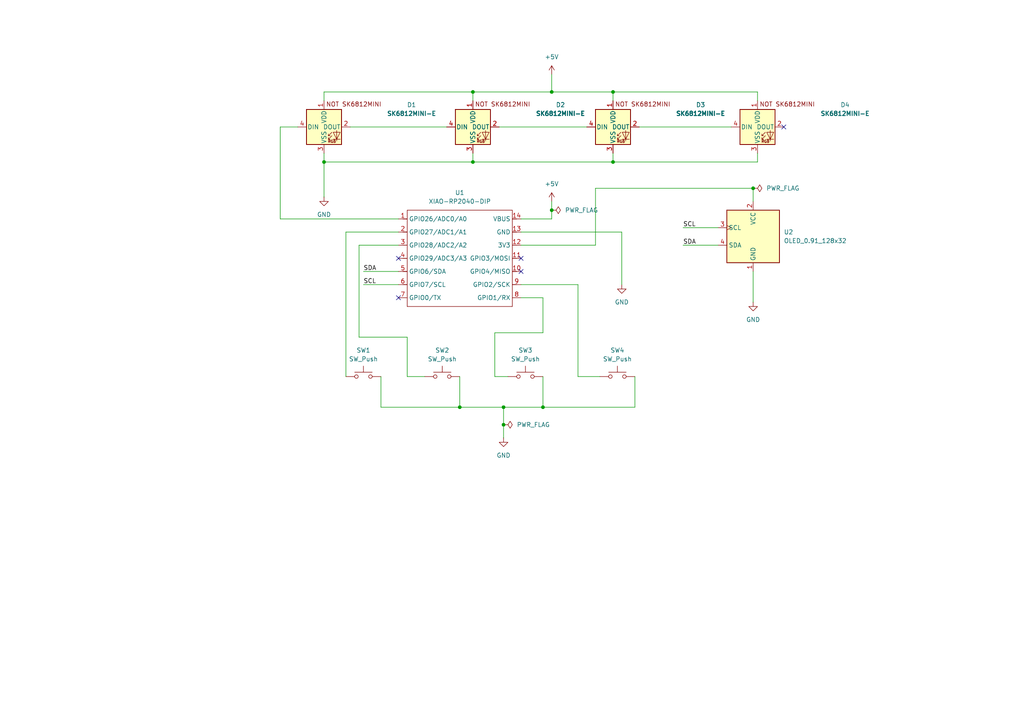
<source format=kicad_sch>
(kicad_sch
	(version 20250114)
	(generator "eeschema")
	(generator_version "9.0")
	(uuid "70d1d63f-7dfc-4925-a8f4-fcca70eabc0b")
	(paper "A4")
	(lib_symbols
		(symbol "Hackclub Symbols:OLED_0.91_128x32"
			(exclude_from_sim no)
			(in_bom yes)
			(on_board yes)
			(property "Reference" "U"
				(at 0 0 0)
				(effects
					(font
						(size 1.27 1.27)
					)
				)
			)
			(property "Value" "OLED_0.91_128x32"
				(at 14.224 -10.668 0)
				(effects
					(font
						(size 1.27 1.27)
					)
				)
			)
			(property "Footprint" "Hackclub Footprints:OLED_0.91_128x32"
				(at 18.034 -12.7 0)
				(effects
					(font
						(size 1.27 1.27)
					)
					(hide yes)
				)
			)
			(property "Datasheet" "https://www.buydisplay.com/download/manual/ER-OLEDM0.91-1_Datasheet.pdf"
				(at 42.672 -14.732 0)
				(effects
					(font
						(size 1.27 1.27)
					)
					(hide yes)
				)
			)
			(property "Description" "SSD1306 OLED module, 0.91 inch, 128x32, I2C"
				(at 26.67 -16.764 0)
				(effects
					(font
						(size 1.27 1.27)
					)
					(hide yes)
				)
			)
			(property "ki_keywords" "EastRising"
				(at 0 0 0)
				(effects
					(font
						(size 1.27 1.27)
					)
					(hide yes)
				)
			)
			(property "ki_fp_filters" "ER?OLEDM0.91?1x?I2C*"
				(at 0 0 0)
				(effects
					(font
						(size 1.27 1.27)
					)
					(hide yes)
				)
			)
			(symbol "OLED_0.91_128x32_1_1"
				(rectangle
					(start -7.62 7.62)
					(end 7.62 -7.62)
					(stroke
						(width 0.254)
						(type solid)
					)
					(fill
						(type background)
					)
				)
				(pin input clock
					(at -10.16 2.54 0)
					(length 2.54)
					(name "SCL"
						(effects
							(font
								(size 1.27 1.27)
							)
						)
					)
					(number "3"
						(effects
							(font
								(size 1.27 1.27)
							)
						)
					)
				)
				(pin bidirectional line
					(at -10.16 -2.54 0)
					(length 2.54)
					(name "SDA"
						(effects
							(font
								(size 1.27 1.27)
							)
						)
					)
					(number "4"
						(effects
							(font
								(size 1.27 1.27)
							)
						)
					)
				)
				(pin power_in line
					(at 0 10.16 270)
					(length 2.54)
					(name "VCC"
						(effects
							(font
								(size 1.27 1.27)
							)
						)
					)
					(number "2"
						(effects
							(font
								(size 1.27 1.27)
							)
						)
					)
				)
				(pin power_in line
					(at 0 -10.16 90)
					(length 2.54)
					(name "GND"
						(effects
							(font
								(size 1.27 1.27)
							)
						)
					)
					(number "1"
						(effects
							(font
								(size 1.27 1.27)
							)
						)
					)
				)
			)
			(embedded_fonts no)
		)
		(symbol "Hackclub Symbols:SK6812MINI-E"
			(pin_names
				(offset 0.254)
			)
			(exclude_from_sim no)
			(in_bom yes)
			(on_board yes)
			(property "Reference" "D"
				(at -3.556 5.842 0)
				(effects
					(font
						(size 1.27 1.27)
					)
					(justify right bottom)
				)
			)
			(property "Value" "SK6812MINI-E"
				(at 1.27 -5.715 0)
				(effects
					(font
						(size 1.27 1.27)
						(thickness 0.254)
						(bold yes)
					)
					(justify left top)
				)
			)
			(property "Footprint" "Hackclub Footprints:MX_SK6812MINI-E_REV"
				(at 1.27 -7.62 0)
				(effects
					(font
						(size 1.27 1.27)
					)
					(justify left top)
					(hide yes)
				)
			)
			(property "Datasheet" "https://cdn-shop.adafruit.com/product-files/4960/4960_SK6812MINI-E_REV02_EN.pdf"
				(at 2.54 -9.525 0)
				(effects
					(font
						(size 1.27 1.27)
					)
					(justify left top)
					(hide yes)
				)
			)
			(property "Description" "RGB LED with integrated controller"
				(at 0 0 0)
				(effects
					(font
						(size 1.27 1.27)
					)
					(hide yes)
				)
			)
			(property "ki_keywords" "RGB LED NeoPixel Mini addressable"
				(at 0 0 0)
				(effects
					(font
						(size 1.27 1.27)
					)
					(hide yes)
				)
			)
			(property "ki_fp_filters" "LED*SK6812MINI*PLCC*3.5x3.5mm*P1.75mm*"
				(at 0 0 0)
				(effects
					(font
						(size 1.27 1.27)
					)
					(hide yes)
				)
			)
			(symbol "SK6812MINI-E_0_0"
				(text "RGB"
					(at 2.286 -4.191 0)
					(effects
						(font
							(size 0.762 0.762)
						)
					)
				)
			)
			(symbol "SK6812MINI-E_0_1"
				(rectangle
					(start -5.08 5.08)
					(end 5.08 -5.08)
					(stroke
						(width 0.254)
						(type default)
					)
					(fill
						(type background)
					)
				)
				(polyline
					(pts
						(xy 1.27 -2.54) (xy 1.778 -2.54)
					)
					(stroke
						(width 0)
						(type default)
					)
					(fill
						(type none)
					)
				)
				(polyline
					(pts
						(xy 1.27 -3.556) (xy 1.778 -3.556)
					)
					(stroke
						(width 0)
						(type default)
					)
					(fill
						(type none)
					)
				)
				(polyline
					(pts
						(xy 2.286 -1.524) (xy 1.27 -2.54) (xy 1.27 -2.032)
					)
					(stroke
						(width 0)
						(type default)
					)
					(fill
						(type none)
					)
				)
				(polyline
					(pts
						(xy 2.286 -2.54) (xy 1.27 -3.556) (xy 1.27 -3.048)
					)
					(stroke
						(width 0)
						(type default)
					)
					(fill
						(type none)
					)
				)
				(polyline
					(pts
						(xy 3.683 -1.016) (xy 3.683 -3.556) (xy 3.683 -4.064)
					)
					(stroke
						(width 0)
						(type default)
					)
					(fill
						(type none)
					)
				)
				(polyline
					(pts
						(xy 4.699 -1.524) (xy 2.667 -1.524) (xy 3.683 -3.556) (xy 4.699 -1.524)
					)
					(stroke
						(width 0)
						(type default)
					)
					(fill
						(type none)
					)
				)
				(polyline
					(pts
						(xy 4.699 -3.556) (xy 2.667 -3.556)
					)
					(stroke
						(width 0)
						(type default)
					)
					(fill
						(type none)
					)
				)
			)
			(symbol "SK6812MINI-E_1_1"
				(text "NOT SK6812MINI"
					(at 8.636 6.604 0)
					(effects
						(font
							(size 1.27 1.27)
						)
					)
				)
				(pin input line
					(at -7.62 0 0)
					(length 2.54)
					(name "DIN"
						(effects
							(font
								(size 1.27 1.27)
							)
						)
					)
					(number "4"
						(effects
							(font
								(size 1.27 1.27)
							)
						)
					)
				)
				(pin power_in line
					(at 0 7.62 270)
					(length 2.54)
					(name "VDD"
						(effects
							(font
								(size 1.27 1.27)
							)
						)
					)
					(number "1"
						(effects
							(font
								(size 1.27 1.27)
							)
						)
					)
				)
				(pin power_in line
					(at 0 -7.62 90)
					(length 2.54)
					(name "VSS"
						(effects
							(font
								(size 1.27 1.27)
							)
						)
					)
					(number "3"
						(effects
							(font
								(size 1.27 1.27)
							)
						)
					)
				)
				(pin output line
					(at 7.62 0 180)
					(length 2.54)
					(name "DOUT"
						(effects
							(font
								(size 1.27 1.27)
							)
						)
					)
					(number "2"
						(effects
							(font
								(size 1.27 1.27)
							)
						)
					)
				)
			)
			(embedded_fonts no)
		)
		(symbol "Hackclub Symbols:XIAO-RP2040-DIP"
			(exclude_from_sim no)
			(in_bom yes)
			(on_board yes)
			(property "Reference" "U"
				(at 0 0 0)
				(effects
					(font
						(size 1.27 1.27)
					)
				)
			)
			(property "Value" "XIAO-RP2040-DIP"
				(at 5.334 -1.778 0)
				(effects
					(font
						(size 1.27 1.27)
					)
				)
			)
			(property "Footprint" "Hackclub Footprints:XIAO-RP2040-DIP"
				(at 14.478 -32.258 0)
				(effects
					(font
						(size 1.27 1.27)
					)
					(hide yes)
				)
			)
			(property "Datasheet" ""
				(at 0 0 0)
				(effects
					(font
						(size 1.27 1.27)
					)
					(hide yes)
				)
			)
			(property "Description" ""
				(at 0 0 0)
				(effects
					(font
						(size 1.27 1.27)
					)
					(hide yes)
				)
			)
			(symbol "XIAO-RP2040-DIP_1_0"
				(polyline
					(pts
						(xy -1.27 -2.54) (xy 29.21 -2.54)
					)
					(stroke
						(width 0.1524)
						(type solid)
					)
					(fill
						(type none)
					)
				)
				(polyline
					(pts
						(xy -1.27 -5.08) (xy -2.54 -5.08)
					)
					(stroke
						(width 0.1524)
						(type solid)
					)
					(fill
						(type none)
					)
				)
				(polyline
					(pts
						(xy -1.27 -5.08) (xy -1.27 -2.54)
					)
					(stroke
						(width 0.1524)
						(type solid)
					)
					(fill
						(type none)
					)
				)
				(polyline
					(pts
						(xy -1.27 -8.89) (xy -2.54 -8.89)
					)
					(stroke
						(width 0.1524)
						(type solid)
					)
					(fill
						(type none)
					)
				)
				(polyline
					(pts
						(xy -1.27 -8.89) (xy -1.27 -5.08)
					)
					(stroke
						(width 0.1524)
						(type solid)
					)
					(fill
						(type none)
					)
				)
				(polyline
					(pts
						(xy -1.27 -12.7) (xy -2.54 -12.7)
					)
					(stroke
						(width 0.1524)
						(type solid)
					)
					(fill
						(type none)
					)
				)
				(polyline
					(pts
						(xy -1.27 -12.7) (xy -1.27 -8.89)
					)
					(stroke
						(width 0.1524)
						(type solid)
					)
					(fill
						(type none)
					)
				)
				(polyline
					(pts
						(xy -1.27 -16.51) (xy -2.54 -16.51)
					)
					(stroke
						(width 0.1524)
						(type solid)
					)
					(fill
						(type none)
					)
				)
				(polyline
					(pts
						(xy -1.27 -16.51) (xy -1.27 -12.7)
					)
					(stroke
						(width 0.1524)
						(type solid)
					)
					(fill
						(type none)
					)
				)
				(polyline
					(pts
						(xy -1.27 -20.32) (xy -2.54 -20.32)
					)
					(stroke
						(width 0.1524)
						(type solid)
					)
					(fill
						(type none)
					)
				)
				(polyline
					(pts
						(xy -1.27 -24.13) (xy -2.54 -24.13)
					)
					(stroke
						(width 0.1524)
						(type solid)
					)
					(fill
						(type none)
					)
				)
				(polyline
					(pts
						(xy -1.27 -27.94) (xy -2.54 -27.94)
					)
					(stroke
						(width 0.1524)
						(type solid)
					)
					(fill
						(type none)
					)
				)
				(polyline
					(pts
						(xy -1.27 -30.48) (xy -1.27 -16.51)
					)
					(stroke
						(width 0.1524)
						(type solid)
					)
					(fill
						(type none)
					)
				)
				(polyline
					(pts
						(xy 29.21 -2.54) (xy 29.21 -5.08)
					)
					(stroke
						(width 0.1524)
						(type solid)
					)
					(fill
						(type none)
					)
				)
				(polyline
					(pts
						(xy 29.21 -5.08) (xy 29.21 -8.89)
					)
					(stroke
						(width 0.1524)
						(type solid)
					)
					(fill
						(type none)
					)
				)
				(polyline
					(pts
						(xy 29.21 -8.89) (xy 29.21 -12.7)
					)
					(stroke
						(width 0.1524)
						(type solid)
					)
					(fill
						(type none)
					)
				)
				(polyline
					(pts
						(xy 29.21 -12.7) (xy 29.21 -30.48)
					)
					(stroke
						(width 0.1524)
						(type solid)
					)
					(fill
						(type none)
					)
				)
				(polyline
					(pts
						(xy 29.21 -30.48) (xy -1.27 -30.48)
					)
					(stroke
						(width 0.1524)
						(type solid)
					)
					(fill
						(type none)
					)
				)
				(polyline
					(pts
						(xy 30.48 -5.08) (xy 29.21 -5.08)
					)
					(stroke
						(width 0.1524)
						(type solid)
					)
					(fill
						(type none)
					)
				)
				(polyline
					(pts
						(xy 30.48 -8.89) (xy 29.21 -8.89)
					)
					(stroke
						(width 0.1524)
						(type solid)
					)
					(fill
						(type none)
					)
				)
				(polyline
					(pts
						(xy 30.48 -12.7) (xy 29.21 -12.7)
					)
					(stroke
						(width 0.1524)
						(type solid)
					)
					(fill
						(type none)
					)
				)
				(polyline
					(pts
						(xy 30.48 -16.51) (xy 29.21 -16.51)
					)
					(stroke
						(width 0.1524)
						(type solid)
					)
					(fill
						(type none)
					)
				)
				(polyline
					(pts
						(xy 30.48 -20.32) (xy 29.21 -20.32)
					)
					(stroke
						(width 0.1524)
						(type solid)
					)
					(fill
						(type none)
					)
				)
				(polyline
					(pts
						(xy 30.48 -24.13) (xy 29.21 -24.13)
					)
					(stroke
						(width 0.1524)
						(type solid)
					)
					(fill
						(type none)
					)
				)
				(polyline
					(pts
						(xy 30.48 -27.94) (xy 29.21 -27.94)
					)
					(stroke
						(width 0.1524)
						(type solid)
					)
					(fill
						(type none)
					)
				)
				(pin passive line
					(at -3.81 -5.08 0)
					(length 2.54)
					(name "GPIO26/ADC0/A0"
						(effects
							(font
								(size 1.27 1.27)
							)
						)
					)
					(number "1"
						(effects
							(font
								(size 1.27 1.27)
							)
						)
					)
				)
				(pin passive line
					(at -3.81 -8.89 0)
					(length 2.54)
					(name "GPIO27/ADC1/A1"
						(effects
							(font
								(size 1.27 1.27)
							)
						)
					)
					(number "2"
						(effects
							(font
								(size 1.27 1.27)
							)
						)
					)
				)
				(pin passive line
					(at -3.81 -12.7 0)
					(length 2.54)
					(name "GPIO28/ADC2/A2"
						(effects
							(font
								(size 1.27 1.27)
							)
						)
					)
					(number "3"
						(effects
							(font
								(size 1.27 1.27)
							)
						)
					)
				)
				(pin passive line
					(at -3.81 -16.51 0)
					(length 2.54)
					(name "GPIO29/ADC3/A3"
						(effects
							(font
								(size 1.27 1.27)
							)
						)
					)
					(number "4"
						(effects
							(font
								(size 1.27 1.27)
							)
						)
					)
				)
				(pin passive line
					(at -3.81 -20.32 0)
					(length 2.54)
					(name "GPIO6/SDA"
						(effects
							(font
								(size 1.27 1.27)
							)
						)
					)
					(number "5"
						(effects
							(font
								(size 1.27 1.27)
							)
						)
					)
				)
				(pin passive line
					(at -3.81 -24.13 0)
					(length 2.54)
					(name "GPIO7/SCL"
						(effects
							(font
								(size 1.27 1.27)
							)
						)
					)
					(number "6"
						(effects
							(font
								(size 1.27 1.27)
							)
						)
					)
				)
				(pin passive line
					(at -3.81 -27.94 0)
					(length 2.54)
					(name "GPIO0/TX"
						(effects
							(font
								(size 1.27 1.27)
							)
						)
					)
					(number "7"
						(effects
							(font
								(size 1.27 1.27)
							)
						)
					)
				)
				(pin passive line
					(at 31.75 -5.08 180)
					(length 2.54)
					(name "VBUS"
						(effects
							(font
								(size 1.27 1.27)
							)
						)
					)
					(number "14"
						(effects
							(font
								(size 1.27 1.27)
							)
						)
					)
				)
				(pin passive line
					(at 31.75 -8.89 180)
					(length 2.54)
					(name "GND"
						(effects
							(font
								(size 1.27 1.27)
							)
						)
					)
					(number "13"
						(effects
							(font
								(size 1.27 1.27)
							)
						)
					)
				)
				(pin passive line
					(at 31.75 -12.7 180)
					(length 2.54)
					(name "3V3"
						(effects
							(font
								(size 1.27 1.27)
							)
						)
					)
					(number "12"
						(effects
							(font
								(size 1.27 1.27)
							)
						)
					)
				)
				(pin passive line
					(at 31.75 -16.51 180)
					(length 2.54)
					(name "GPIO3/MOSI"
						(effects
							(font
								(size 1.27 1.27)
							)
						)
					)
					(number "11"
						(effects
							(font
								(size 1.27 1.27)
							)
						)
					)
				)
				(pin passive line
					(at 31.75 -20.32 180)
					(length 2.54)
					(name "GPIO4/MISO"
						(effects
							(font
								(size 1.27 1.27)
							)
						)
					)
					(number "10"
						(effects
							(font
								(size 1.27 1.27)
							)
						)
					)
				)
				(pin passive line
					(at 31.75 -24.13 180)
					(length 2.54)
					(name "GPIO2/SCK"
						(effects
							(font
								(size 1.27 1.27)
							)
						)
					)
					(number "9"
						(effects
							(font
								(size 1.27 1.27)
							)
						)
					)
				)
				(pin passive line
					(at 31.75 -27.94 180)
					(length 2.54)
					(name "GPIO1/RX"
						(effects
							(font
								(size 1.27 1.27)
							)
						)
					)
					(number "8"
						(effects
							(font
								(size 1.27 1.27)
							)
						)
					)
				)
			)
			(embedded_fonts no)
		)
		(symbol "Switch:SW_Push"
			(pin_numbers
				(hide yes)
			)
			(pin_names
				(offset 1.016)
				(hide yes)
			)
			(exclude_from_sim no)
			(in_bom yes)
			(on_board yes)
			(property "Reference" "SW"
				(at 1.27 2.54 0)
				(effects
					(font
						(size 1.27 1.27)
					)
					(justify left)
				)
			)
			(property "Value" "SW_Push"
				(at 0 -1.524 0)
				(effects
					(font
						(size 1.27 1.27)
					)
				)
			)
			(property "Footprint" ""
				(at 0 5.08 0)
				(effects
					(font
						(size 1.27 1.27)
					)
					(hide yes)
				)
			)
			(property "Datasheet" "~"
				(at 0 5.08 0)
				(effects
					(font
						(size 1.27 1.27)
					)
					(hide yes)
				)
			)
			(property "Description" "Push button switch, generic, two pins"
				(at 0 0 0)
				(effects
					(font
						(size 1.27 1.27)
					)
					(hide yes)
				)
			)
			(property "ki_keywords" "switch normally-open pushbutton push-button"
				(at 0 0 0)
				(effects
					(font
						(size 1.27 1.27)
					)
					(hide yes)
				)
			)
			(symbol "SW_Push_0_1"
				(circle
					(center -2.032 0)
					(radius 0.508)
					(stroke
						(width 0)
						(type default)
					)
					(fill
						(type none)
					)
				)
				(polyline
					(pts
						(xy 0 1.27) (xy 0 3.048)
					)
					(stroke
						(width 0)
						(type default)
					)
					(fill
						(type none)
					)
				)
				(circle
					(center 2.032 0)
					(radius 0.508)
					(stroke
						(width 0)
						(type default)
					)
					(fill
						(type none)
					)
				)
				(polyline
					(pts
						(xy 2.54 1.27) (xy -2.54 1.27)
					)
					(stroke
						(width 0)
						(type default)
					)
					(fill
						(type none)
					)
				)
				(pin passive line
					(at -5.08 0 0)
					(length 2.54)
					(name "1"
						(effects
							(font
								(size 1.27 1.27)
							)
						)
					)
					(number "1"
						(effects
							(font
								(size 1.27 1.27)
							)
						)
					)
				)
				(pin passive line
					(at 5.08 0 180)
					(length 2.54)
					(name "2"
						(effects
							(font
								(size 1.27 1.27)
							)
						)
					)
					(number "2"
						(effects
							(font
								(size 1.27 1.27)
							)
						)
					)
				)
			)
			(embedded_fonts no)
		)
		(symbol "power:+5V"
			(power)
			(pin_numbers
				(hide yes)
			)
			(pin_names
				(offset 0)
				(hide yes)
			)
			(exclude_from_sim no)
			(in_bom yes)
			(on_board yes)
			(property "Reference" "#PWR"
				(at 0 -3.81 0)
				(effects
					(font
						(size 1.27 1.27)
					)
					(hide yes)
				)
			)
			(property "Value" "+5V"
				(at 0 3.556 0)
				(effects
					(font
						(size 1.27 1.27)
					)
				)
			)
			(property "Footprint" ""
				(at 0 0 0)
				(effects
					(font
						(size 1.27 1.27)
					)
					(hide yes)
				)
			)
			(property "Datasheet" ""
				(at 0 0 0)
				(effects
					(font
						(size 1.27 1.27)
					)
					(hide yes)
				)
			)
			(property "Description" "Power symbol creates a global label with name \"+5V\""
				(at 0 0 0)
				(effects
					(font
						(size 1.27 1.27)
					)
					(hide yes)
				)
			)
			(property "ki_keywords" "global power"
				(at 0 0 0)
				(effects
					(font
						(size 1.27 1.27)
					)
					(hide yes)
				)
			)
			(symbol "+5V_0_1"
				(polyline
					(pts
						(xy -0.762 1.27) (xy 0 2.54)
					)
					(stroke
						(width 0)
						(type default)
					)
					(fill
						(type none)
					)
				)
				(polyline
					(pts
						(xy 0 2.54) (xy 0.762 1.27)
					)
					(stroke
						(width 0)
						(type default)
					)
					(fill
						(type none)
					)
				)
				(polyline
					(pts
						(xy 0 0) (xy 0 2.54)
					)
					(stroke
						(width 0)
						(type default)
					)
					(fill
						(type none)
					)
				)
			)
			(symbol "+5V_1_1"
				(pin power_in line
					(at 0 0 90)
					(length 0)
					(name "~"
						(effects
							(font
								(size 1.27 1.27)
							)
						)
					)
					(number "1"
						(effects
							(font
								(size 1.27 1.27)
							)
						)
					)
				)
			)
			(embedded_fonts no)
		)
		(symbol "power:GND"
			(power)
			(pin_numbers
				(hide yes)
			)
			(pin_names
				(offset 0)
				(hide yes)
			)
			(exclude_from_sim no)
			(in_bom yes)
			(on_board yes)
			(property "Reference" "#PWR"
				(at 0 -6.35 0)
				(effects
					(font
						(size 1.27 1.27)
					)
					(hide yes)
				)
			)
			(property "Value" "GND"
				(at 0 -3.81 0)
				(effects
					(font
						(size 1.27 1.27)
					)
				)
			)
			(property "Footprint" ""
				(at 0 0 0)
				(effects
					(font
						(size 1.27 1.27)
					)
					(hide yes)
				)
			)
			(property "Datasheet" ""
				(at 0 0 0)
				(effects
					(font
						(size 1.27 1.27)
					)
					(hide yes)
				)
			)
			(property "Description" "Power symbol creates a global label with name \"GND\" , ground"
				(at 0 0 0)
				(effects
					(font
						(size 1.27 1.27)
					)
					(hide yes)
				)
			)
			(property "ki_keywords" "global power"
				(at 0 0 0)
				(effects
					(font
						(size 1.27 1.27)
					)
					(hide yes)
				)
			)
			(symbol "GND_0_1"
				(polyline
					(pts
						(xy 0 0) (xy 0 -1.27) (xy 1.27 -1.27) (xy 0 -2.54) (xy -1.27 -1.27) (xy 0 -1.27)
					)
					(stroke
						(width 0)
						(type default)
					)
					(fill
						(type none)
					)
				)
			)
			(symbol "GND_1_1"
				(pin power_in line
					(at 0 0 270)
					(length 0)
					(name "~"
						(effects
							(font
								(size 1.27 1.27)
							)
						)
					)
					(number "1"
						(effects
							(font
								(size 1.27 1.27)
							)
						)
					)
				)
			)
			(embedded_fonts no)
		)
		(symbol "power:PWR_FLAG"
			(power)
			(pin_numbers
				(hide yes)
			)
			(pin_names
				(offset 0)
				(hide yes)
			)
			(exclude_from_sim no)
			(in_bom yes)
			(on_board yes)
			(property "Reference" "#FLG"
				(at 0 1.905 0)
				(effects
					(font
						(size 1.27 1.27)
					)
					(hide yes)
				)
			)
			(property "Value" "PWR_FLAG"
				(at 0 3.81 0)
				(effects
					(font
						(size 1.27 1.27)
					)
				)
			)
			(property "Footprint" ""
				(at 0 0 0)
				(effects
					(font
						(size 1.27 1.27)
					)
					(hide yes)
				)
			)
			(property "Datasheet" "~"
				(at 0 0 0)
				(effects
					(font
						(size 1.27 1.27)
					)
					(hide yes)
				)
			)
			(property "Description" "Special symbol for telling ERC where power comes from"
				(at 0 0 0)
				(effects
					(font
						(size 1.27 1.27)
					)
					(hide yes)
				)
			)
			(property "ki_keywords" "flag power"
				(at 0 0 0)
				(effects
					(font
						(size 1.27 1.27)
					)
					(hide yes)
				)
			)
			(symbol "PWR_FLAG_0_0"
				(pin power_out line
					(at 0 0 90)
					(length 0)
					(name "~"
						(effects
							(font
								(size 1.27 1.27)
							)
						)
					)
					(number "1"
						(effects
							(font
								(size 1.27 1.27)
							)
						)
					)
				)
			)
			(symbol "PWR_FLAG_0_1"
				(polyline
					(pts
						(xy 0 0) (xy 0 1.27) (xy -1.016 1.905) (xy 0 2.54) (xy 1.016 1.905) (xy 0 1.27)
					)
					(stroke
						(width 0)
						(type default)
					)
					(fill
						(type none)
					)
				)
			)
			(embedded_fonts no)
		)
	)
	(junction
		(at 146.05 118.11)
		(diameter 0)
		(color 0 0 0 0)
		(uuid "04f263b5-37ad-41f8-b1e0-8c64299a5154")
	)
	(junction
		(at 177.8 26.67)
		(diameter 0)
		(color 0 0 0 0)
		(uuid "1cd7bf6b-e609-4f62-a381-94b714036a4e")
	)
	(junction
		(at 160.02 60.96)
		(diameter 0)
		(color 0 0 0 0)
		(uuid "21fb1e82-d3d2-43b3-8c90-cddbfa9c1bf8")
	)
	(junction
		(at 93.98 46.99)
		(diameter 0)
		(color 0 0 0 0)
		(uuid "41ef4479-c0fe-4157-8d83-4652cb2ec5b3")
	)
	(junction
		(at 133.35 118.11)
		(diameter 0)
		(color 0 0 0 0)
		(uuid "6780691e-7b72-4b34-9aea-ac8edafaeca2")
	)
	(junction
		(at 160.02 26.67)
		(diameter 0)
		(color 0 0 0 0)
		(uuid "8ad0f0e3-36a4-43b6-a1de-618b71f6a493")
	)
	(junction
		(at 146.05 123.19)
		(diameter 0)
		(color 0 0 0 0)
		(uuid "a595db24-112f-440c-bbfd-eff7fba42c80")
	)
	(junction
		(at 137.16 46.99)
		(diameter 0)
		(color 0 0 0 0)
		(uuid "ab328195-2f0e-4f72-a951-36d210017e0a")
	)
	(junction
		(at 137.16 26.67)
		(diameter 0)
		(color 0 0 0 0)
		(uuid "ac61a321-1984-4654-b9f4-30e5828705bf")
	)
	(junction
		(at 177.8 46.99)
		(diameter 0)
		(color 0 0 0 0)
		(uuid "b9059cce-9421-4a65-9a82-4cdf05d91252")
	)
	(junction
		(at 218.44 54.61)
		(diameter 0)
		(color 0 0 0 0)
		(uuid "c2dc1866-8034-4dbd-b82a-df1a5ecf9fe2")
	)
	(junction
		(at 157.48 118.11)
		(diameter 0)
		(color 0 0 0 0)
		(uuid "d06a9579-68e2-4958-90ce-c2298eb325c1")
	)
	(no_connect
		(at 115.57 86.36)
		(uuid "5aafbffb-2daa-4413-af33-67f5af4ccc0a")
	)
	(no_connect
		(at 227.33 36.83)
		(uuid "5ded981a-f959-4a3e-b408-3c105d0ca295")
	)
	(no_connect
		(at 151.13 78.74)
		(uuid "64c59e58-a2b0-4a5f-8992-7ce1267a8395")
	)
	(no_connect
		(at 151.13 74.93)
		(uuid "f66e2f89-4384-499d-a431-896464e7ebe7")
	)
	(no_connect
		(at 115.57 74.93)
		(uuid "fb815344-731f-4ea9-8ea4-3a0436cf734e")
	)
	(wire
		(pts
			(xy 146.05 123.19) (xy 146.05 127)
		)
		(stroke
			(width 0)
			(type default)
		)
		(uuid "003cf3e6-0f27-47e9-ae18-cdd53976196e")
	)
	(wire
		(pts
			(xy 177.8 44.45) (xy 177.8 46.99)
		)
		(stroke
			(width 0)
			(type default)
		)
		(uuid "009f80a6-43a8-4341-b494-6f29199add80")
	)
	(wire
		(pts
			(xy 93.98 44.45) (xy 93.98 46.99)
		)
		(stroke
			(width 0)
			(type default)
		)
		(uuid "02164e6d-117a-43bf-9081-54fd3ea2adc0")
	)
	(wire
		(pts
			(xy 100.33 67.31) (xy 115.57 67.31)
		)
		(stroke
			(width 0)
			(type default)
		)
		(uuid "0458d57b-262a-46ff-b5dc-efabeee8f3bf")
	)
	(wire
		(pts
			(xy 157.48 96.52) (xy 143.51 96.52)
		)
		(stroke
			(width 0)
			(type default)
		)
		(uuid "07619a24-7404-4b85-8a76-10560edba954")
	)
	(wire
		(pts
			(xy 137.16 26.67) (xy 137.16 29.21)
		)
		(stroke
			(width 0)
			(type default)
		)
		(uuid "07ec74b2-4527-4018-a3c1-9c37fd3e6a77")
	)
	(wire
		(pts
			(xy 110.49 118.11) (xy 133.35 118.11)
		)
		(stroke
			(width 0)
			(type default)
		)
		(uuid "097c37c5-d7c0-4473-95c7-c67398837e3a")
	)
	(wire
		(pts
			(xy 160.02 58.42) (xy 160.02 60.96)
		)
		(stroke
			(width 0)
			(type default)
		)
		(uuid "0bc43d8b-fe1c-4d19-8995-03659da9427b")
	)
	(wire
		(pts
			(xy 151.13 86.36) (xy 157.48 86.36)
		)
		(stroke
			(width 0)
			(type default)
		)
		(uuid "0c5954a4-f390-4b78-b75f-62ffdd2dba61")
	)
	(wire
		(pts
			(xy 105.41 82.55) (xy 115.57 82.55)
		)
		(stroke
			(width 0)
			(type default)
		)
		(uuid "0da8d426-b0f1-490b-b7c7-078db8557539")
	)
	(wire
		(pts
			(xy 146.05 118.11) (xy 146.05 123.19)
		)
		(stroke
			(width 0)
			(type default)
		)
		(uuid "0df1dd4f-0379-4130-a66e-b373b4af756f")
	)
	(wire
		(pts
			(xy 93.98 46.99) (xy 93.98 57.15)
		)
		(stroke
			(width 0)
			(type default)
		)
		(uuid "153ac30b-5a7f-470e-9c84-1ff6b0c3fd4f")
	)
	(wire
		(pts
			(xy 167.64 109.22) (xy 167.64 82.55)
		)
		(stroke
			(width 0)
			(type default)
		)
		(uuid "19a0826f-1d2a-40a1-99a9-77ae0b39dae7")
	)
	(wire
		(pts
			(xy 137.16 44.45) (xy 137.16 46.99)
		)
		(stroke
			(width 0)
			(type default)
		)
		(uuid "1dd95a35-e222-401f-b9fe-b996654a723d")
	)
	(wire
		(pts
			(xy 133.35 118.11) (xy 133.35 109.22)
		)
		(stroke
			(width 0)
			(type default)
		)
		(uuid "1e11c664-09c2-4c0d-a0aa-a33fd1a2222f")
	)
	(wire
		(pts
			(xy 93.98 26.67) (xy 137.16 26.67)
		)
		(stroke
			(width 0)
			(type default)
		)
		(uuid "1f72ab55-a4f5-4fa6-a815-9b4896c35a9e")
	)
	(wire
		(pts
			(xy 185.42 36.83) (xy 212.09 36.83)
		)
		(stroke
			(width 0)
			(type default)
		)
		(uuid "2781fbd5-77fc-4004-b359-a6faebba1691")
	)
	(wire
		(pts
			(xy 218.44 58.42) (xy 218.44 54.61)
		)
		(stroke
			(width 0)
			(type default)
		)
		(uuid "2afe8a2e-f5da-4d2c-8ad4-2e29bb0891d8")
	)
	(wire
		(pts
			(xy 157.48 86.36) (xy 157.48 96.52)
		)
		(stroke
			(width 0)
			(type default)
		)
		(uuid "306610a6-74a1-4411-9481-b93573064120")
	)
	(wire
		(pts
			(xy 184.15 118.11) (xy 184.15 109.22)
		)
		(stroke
			(width 0)
			(type default)
		)
		(uuid "360bcd86-68df-4331-bf90-454ec17e5408")
	)
	(wire
		(pts
			(xy 167.64 82.55) (xy 151.13 82.55)
		)
		(stroke
			(width 0)
			(type default)
		)
		(uuid "36b0f2cf-914f-4279-a911-21bf31fe840b")
	)
	(wire
		(pts
			(xy 137.16 46.99) (xy 177.8 46.99)
		)
		(stroke
			(width 0)
			(type default)
		)
		(uuid "3fc9e325-8bda-4a32-920f-fbb1045438d2")
	)
	(wire
		(pts
			(xy 180.34 67.31) (xy 180.34 82.55)
		)
		(stroke
			(width 0)
			(type default)
		)
		(uuid "4283f56a-a968-423c-aa6e-f9ce0958e00e")
	)
	(wire
		(pts
			(xy 118.11 97.79) (xy 104.14 97.79)
		)
		(stroke
			(width 0)
			(type default)
		)
		(uuid "430830bd-a8bb-4d8d-acef-583462e76677")
	)
	(wire
		(pts
			(xy 104.14 71.12) (xy 115.57 71.12)
		)
		(stroke
			(width 0)
			(type default)
		)
		(uuid "450c57bb-5116-4a88-bfda-ce3dbc07f301")
	)
	(wire
		(pts
			(xy 81.28 63.5) (xy 81.28 36.83)
		)
		(stroke
			(width 0)
			(type default)
		)
		(uuid "4587fd38-89e4-4d72-8a92-b657ff74e63a")
	)
	(wire
		(pts
			(xy 93.98 29.21) (xy 93.98 26.67)
		)
		(stroke
			(width 0)
			(type default)
		)
		(uuid "4b03068f-9b33-4a89-8d26-3a4bd211b479")
	)
	(wire
		(pts
			(xy 101.6 36.83) (xy 129.54 36.83)
		)
		(stroke
			(width 0)
			(type default)
		)
		(uuid "4ed51d31-d8a3-47de-bf81-f4654351d617")
	)
	(wire
		(pts
			(xy 151.13 63.5) (xy 160.02 63.5)
		)
		(stroke
			(width 0)
			(type default)
		)
		(uuid "55aad7b8-9ef3-405a-8fd0-95be9b597b60")
	)
	(wire
		(pts
			(xy 219.71 46.99) (xy 219.71 44.45)
		)
		(stroke
			(width 0)
			(type default)
		)
		(uuid "5ef1032d-8fee-444e-96e3-6113cd13b148")
	)
	(wire
		(pts
			(xy 177.8 26.67) (xy 177.8 29.21)
		)
		(stroke
			(width 0)
			(type default)
		)
		(uuid "6064ba46-2842-4fed-aaaa-d5f335941e6e")
	)
	(wire
		(pts
			(xy 160.02 60.96) (xy 160.02 63.5)
		)
		(stroke
			(width 0)
			(type default)
		)
		(uuid "60da61ac-5ff2-4708-89f0-c6832c7d7f57")
	)
	(wire
		(pts
			(xy 151.13 67.31) (xy 180.34 67.31)
		)
		(stroke
			(width 0)
			(type default)
		)
		(uuid "6661b547-30b8-4d66-81a0-87c71d4940db")
	)
	(wire
		(pts
			(xy 146.05 118.11) (xy 157.48 118.11)
		)
		(stroke
			(width 0)
			(type default)
		)
		(uuid "75830735-a422-423a-a94e-e79f636d41ea")
	)
	(wire
		(pts
			(xy 157.48 118.11) (xy 157.48 109.22)
		)
		(stroke
			(width 0)
			(type default)
		)
		(uuid "78c02b3e-75a6-4b87-bb46-4818229ba6e1")
	)
	(wire
		(pts
			(xy 104.14 97.79) (xy 104.14 71.12)
		)
		(stroke
			(width 0)
			(type default)
		)
		(uuid "7d329cb2-0e7b-46eb-a4c8-9e0623a83035")
	)
	(wire
		(pts
			(xy 133.35 118.11) (xy 146.05 118.11)
		)
		(stroke
			(width 0)
			(type default)
		)
		(uuid "85d2a5aa-1a3c-499e-ad0e-6da818fad52b")
	)
	(wire
		(pts
			(xy 198.12 71.12) (xy 208.28 71.12)
		)
		(stroke
			(width 0)
			(type default)
		)
		(uuid "891da21e-9a1e-4bee-a41c-c76c6049bd89")
	)
	(wire
		(pts
			(xy 177.8 26.67) (xy 219.71 26.67)
		)
		(stroke
			(width 0)
			(type default)
		)
		(uuid "8df7fe31-2033-4913-9374-b331fb6f71a6")
	)
	(wire
		(pts
			(xy 218.44 78.74) (xy 218.44 87.63)
		)
		(stroke
			(width 0)
			(type default)
		)
		(uuid "92feba40-18a4-442f-a96e-1e438e5a7693")
	)
	(wire
		(pts
			(xy 173.99 109.22) (xy 167.64 109.22)
		)
		(stroke
			(width 0)
			(type default)
		)
		(uuid "936f508d-9a74-4e17-8bcd-f59db9bdf25a")
	)
	(wire
		(pts
			(xy 93.98 46.99) (xy 137.16 46.99)
		)
		(stroke
			(width 0)
			(type default)
		)
		(uuid "970d7175-2045-4e3c-aa36-ba799907cc43")
	)
	(wire
		(pts
			(xy 110.49 109.22) (xy 110.49 118.11)
		)
		(stroke
			(width 0)
			(type default)
		)
		(uuid "98c096d0-7ccd-4d8c-ba13-b0c5e8eae2c6")
	)
	(wire
		(pts
			(xy 160.02 26.67) (xy 177.8 26.67)
		)
		(stroke
			(width 0)
			(type default)
		)
		(uuid "99a6fcbb-b945-492f-a589-c1f543dbec3c")
	)
	(wire
		(pts
			(xy 143.51 96.52) (xy 143.51 109.22)
		)
		(stroke
			(width 0)
			(type default)
		)
		(uuid "9dd63950-8fdc-4f24-a272-8ae6aab46349")
	)
	(wire
		(pts
			(xy 105.41 78.74) (xy 115.57 78.74)
		)
		(stroke
			(width 0)
			(type default)
		)
		(uuid "9e7cca6a-f14c-4da3-aeb6-80ad54f22dca")
	)
	(wire
		(pts
			(xy 100.33 109.22) (xy 100.33 67.31)
		)
		(stroke
			(width 0)
			(type default)
		)
		(uuid "a57ea0e8-8296-4303-9d69-7d68362424ac")
	)
	(wire
		(pts
			(xy 160.02 21.59) (xy 160.02 26.67)
		)
		(stroke
			(width 0)
			(type default)
		)
		(uuid "a702fda2-e1d3-42e8-83a2-ec6467fdaff0")
	)
	(wire
		(pts
			(xy 177.8 46.99) (xy 219.71 46.99)
		)
		(stroke
			(width 0)
			(type default)
		)
		(uuid "a7a1d261-7013-4369-be58-bac19cb9b0ef")
	)
	(wire
		(pts
			(xy 144.78 36.83) (xy 170.18 36.83)
		)
		(stroke
			(width 0)
			(type default)
		)
		(uuid "a7db6733-c3a3-4450-9a47-b94650aa5c73")
	)
	(wire
		(pts
			(xy 81.28 36.83) (xy 86.36 36.83)
		)
		(stroke
			(width 0)
			(type default)
		)
		(uuid "aa4a2e2d-d35b-47de-b1fb-94d26477c519")
	)
	(wire
		(pts
			(xy 123.19 109.22) (xy 118.11 109.22)
		)
		(stroke
			(width 0)
			(type default)
		)
		(uuid "afeba193-f9fd-485c-bfde-c2f2208eeb2c")
	)
	(wire
		(pts
			(xy 172.72 54.61) (xy 172.72 71.12)
		)
		(stroke
			(width 0)
			(type default)
		)
		(uuid "b0108ba7-820f-4779-819d-7e4e33ec3ef6")
	)
	(wire
		(pts
			(xy 157.48 118.11) (xy 184.15 118.11)
		)
		(stroke
			(width 0)
			(type default)
		)
		(uuid "b9f5429b-bff0-40b9-bdd6-9d15db708127")
	)
	(wire
		(pts
			(xy 115.57 63.5) (xy 81.28 63.5)
		)
		(stroke
			(width 0)
			(type default)
		)
		(uuid "be2c75fd-e3c0-487e-8395-4b72ff3e0ea8")
	)
	(wire
		(pts
			(xy 219.71 26.67) (xy 219.71 29.21)
		)
		(stroke
			(width 0)
			(type default)
		)
		(uuid "c9c76542-085a-4dd7-a373-002ca6d37a8e")
	)
	(wire
		(pts
			(xy 218.44 54.61) (xy 172.72 54.61)
		)
		(stroke
			(width 0)
			(type default)
		)
		(uuid "cad99c26-2fe8-4e39-b027-b59799c346b9")
	)
	(wire
		(pts
			(xy 198.12 66.04) (xy 208.28 66.04)
		)
		(stroke
			(width 0)
			(type default)
		)
		(uuid "d4b5eceb-f844-40c5-ab99-c02e4ea82d83")
	)
	(wire
		(pts
			(xy 137.16 26.67) (xy 160.02 26.67)
		)
		(stroke
			(width 0)
			(type default)
		)
		(uuid "dd802b80-ecf9-4cfe-88f1-de5f4353308c")
	)
	(wire
		(pts
			(xy 143.51 109.22) (xy 147.32 109.22)
		)
		(stroke
			(width 0)
			(type default)
		)
		(uuid "e2b1d456-615d-4232-b122-7763ad9a8f34")
	)
	(wire
		(pts
			(xy 118.11 109.22) (xy 118.11 97.79)
		)
		(stroke
			(width 0)
			(type default)
		)
		(uuid "eeab7046-7154-4f82-a19f-310ab67d393e")
	)
	(wire
		(pts
			(xy 172.72 71.12) (xy 151.13 71.12)
		)
		(stroke
			(width 0)
			(type default)
		)
		(uuid "f1bc9e59-8cb0-4595-b0a2-ce7b5d738af1")
	)
	(label "SDA"
		(at 105.41 78.74 0)
		(effects
			(font
				(size 1.27 1.27)
			)
			(justify left bottom)
		)
		(uuid "0613f8ce-36ed-45dd-84a7-b4634fd8e325")
	)
	(label "SCL"
		(at 105.41 82.55 0)
		(effects
			(font
				(size 1.27 1.27)
			)
			(justify left bottom)
		)
		(uuid "3aade5b4-2f23-4c5e-a002-dc8da5140c00")
	)
	(label "SDA"
		(at 198.12 71.12 0)
		(effects
			(font
				(size 1.27 1.27)
			)
			(justify left bottom)
		)
		(uuid "468d83d9-9fa7-43cc-90f7-9e26c4671fde")
	)
	(label "SCL"
		(at 198.12 66.04 0)
		(effects
			(font
				(size 1.27 1.27)
			)
			(justify left bottom)
		)
		(uuid "7f299f31-431d-4445-a7b4-a81a5fc3e2fc")
	)
	(symbol
		(lib_id "Hackclub Symbols:SK6812MINI-E")
		(at 177.8 36.83 0)
		(unit 1)
		(exclude_from_sim no)
		(in_bom yes)
		(on_board yes)
		(dnp no)
		(fields_autoplaced yes)
		(uuid "0e24599a-60bb-4d32-a64d-21158d811e7d")
		(property "Reference" "D3"
			(at 203.2 30.4098 0)
			(effects
				(font
					(size 1.27 1.27)
				)
			)
		)
		(property "Value" "SK6812MINI-E"
			(at 203.2 32.9499 0)
			(effects
				(font
					(size 1.27 1.27)
					(thickness 0.254)
					(bold yes)
				)
			)
		)
		(property "Footprint" "Hackclub Footprints:MX_SK6812MINI-E_REV"
			(at 179.07 44.45 0)
			(effects
				(font
					(size 1.27 1.27)
				)
				(justify left top)
				(hide yes)
			)
		)
		(property "Datasheet" "https://cdn-shop.adafruit.com/product-files/4960/4960_SK6812MINI-E_REV02_EN.pdf"
			(at 180.34 46.355 0)
			(effects
				(font
					(size 1.27 1.27)
				)
				(justify left top)
				(hide yes)
			)
		)
		(property "Description" "RGB LED with integrated controller"
			(at 177.8 36.83 0)
			(effects
				(font
					(size 1.27 1.27)
				)
				(hide yes)
			)
		)
		(pin "1"
			(uuid "2fee2192-9646-49f2-93d2-ca945e9434e0")
		)
		(pin "4"
			(uuid "6d30e9c1-5813-4a03-bf2c-8715ab711ed3")
		)
		(pin "2"
			(uuid "30b4ed16-c87d-42cc-bc7d-518bf33a5bf7")
		)
		(pin "3"
			(uuid "9072001d-2933-4ec1-9bb4-b071f9642407")
		)
		(instances
			(project ""
				(path "/70d1d63f-7dfc-4925-a8f4-fcca70eabc0b"
					(reference "D3")
					(unit 1)
				)
			)
		)
	)
	(symbol
		(lib_id "Hackclub Symbols:OLED_0.91_128x32")
		(at 218.44 68.58 0)
		(unit 1)
		(exclude_from_sim no)
		(in_bom yes)
		(on_board yes)
		(dnp no)
		(fields_autoplaced yes)
		(uuid "1f1ff51c-041b-4972-a0a0-0f5f05ed54af")
		(property "Reference" "U2"
			(at 227.33 67.3099 0)
			(effects
				(font
					(size 1.27 1.27)
				)
				(justify left)
			)
		)
		(property "Value" "OLED_0.91_128x32"
			(at 227.33 69.8499 0)
			(effects
				(font
					(size 1.27 1.27)
				)
				(justify left)
			)
		)
		(property "Footprint" "Hackclub Footprints:OLED_0.91_128x32"
			(at 236.474 81.28 0)
			(effects
				(font
					(size 1.27 1.27)
				)
				(hide yes)
			)
		)
		(property "Datasheet" "https://www.buydisplay.com/download/manual/ER-OLEDM0.91-1_Datasheet.pdf"
			(at 261.112 83.312 0)
			(effects
				(font
					(size 1.27 1.27)
				)
				(hide yes)
			)
		)
		(property "Description" "SSD1306 OLED module, 0.91 inch, 128x32, I2C"
			(at 245.11 85.344 0)
			(effects
				(font
					(size 1.27 1.27)
				)
				(hide yes)
			)
		)
		(pin "2"
			(uuid "8d472ca7-dfb2-4de4-8cf6-8544acdcd3d8")
		)
		(pin "1"
			(uuid "03c42805-4032-42cd-bca2-b85092df20fa")
		)
		(pin "4"
			(uuid "8f1f1a48-2d10-4255-bc7e-6cca3a92cf64")
		)
		(pin "3"
			(uuid "2b4d69e6-172d-4b49-8bbd-aece4fc72579")
		)
		(instances
			(project ""
				(path "/70d1d63f-7dfc-4925-a8f4-fcca70eabc0b"
					(reference "U2")
					(unit 1)
				)
			)
		)
	)
	(symbol
		(lib_id "Hackclub Symbols:SK6812MINI-E")
		(at 137.16 36.83 0)
		(unit 1)
		(exclude_from_sim no)
		(in_bom yes)
		(on_board yes)
		(dnp no)
		(fields_autoplaced yes)
		(uuid "271f59f4-6e7e-4daa-aa81-99bf2d544af5")
		(property "Reference" "D2"
			(at 162.56 30.4098 0)
			(effects
				(font
					(size 1.27 1.27)
				)
			)
		)
		(property "Value" "SK6812MINI-E"
			(at 162.56 32.9499 0)
			(effects
				(font
					(size 1.27 1.27)
					(thickness 0.254)
					(bold yes)
				)
			)
		)
		(property "Footprint" "Hackclub Footprints:MX_SK6812MINI-E_REV"
			(at 138.43 44.45 0)
			(effects
				(font
					(size 1.27 1.27)
				)
				(justify left top)
				(hide yes)
			)
		)
		(property "Datasheet" "https://cdn-shop.adafruit.com/product-files/4960/4960_SK6812MINI-E_REV02_EN.pdf"
			(at 139.7 46.355 0)
			(effects
				(font
					(size 1.27 1.27)
				)
				(justify left top)
				(hide yes)
			)
		)
		(property "Description" "RGB LED with integrated controller"
			(at 137.16 36.83 0)
			(effects
				(font
					(size 1.27 1.27)
				)
				(hide yes)
			)
		)
		(pin "1"
			(uuid "2fee2192-9646-49f2-93d2-ca945e9434e0")
		)
		(pin "4"
			(uuid "6d30e9c1-5813-4a03-bf2c-8715ab711ed3")
		)
		(pin "2"
			(uuid "30b4ed16-c87d-42cc-bc7d-518bf33a5bf7")
		)
		(pin "3"
			(uuid "9072001d-2933-4ec1-9bb4-b071f9642407")
		)
		(instances
			(project ""
				(path "/70d1d63f-7dfc-4925-a8f4-fcca70eabc0b"
					(reference "D2")
					(unit 1)
				)
			)
		)
	)
	(symbol
		(lib_id "power:GND")
		(at 218.44 87.63 0)
		(unit 1)
		(exclude_from_sim no)
		(in_bom yes)
		(on_board yes)
		(dnp no)
		(fields_autoplaced yes)
		(uuid "2e6069fc-aaf5-41b0-a752-d77f256c6831")
		(property "Reference" "#PWR02"
			(at 218.44 93.98 0)
			(effects
				(font
					(size 1.27 1.27)
				)
				(hide yes)
			)
		)
		(property "Value" "GND"
			(at 218.44 92.71 0)
			(effects
				(font
					(size 1.27 1.27)
				)
			)
		)
		(property "Footprint" ""
			(at 218.44 87.63 0)
			(effects
				(font
					(size 1.27 1.27)
				)
				(hide yes)
			)
		)
		(property "Datasheet" ""
			(at 218.44 87.63 0)
			(effects
				(font
					(size 1.27 1.27)
				)
				(hide yes)
			)
		)
		(property "Description" "Power symbol creates a global label with name \"GND\" , ground"
			(at 218.44 87.63 0)
			(effects
				(font
					(size 1.27 1.27)
				)
				(hide yes)
			)
		)
		(pin "1"
			(uuid "a9ed3d96-939b-4de5-8e9b-df4b688341c9")
		)
		(instances
			(project "hackpad"
				(path "/70d1d63f-7dfc-4925-a8f4-fcca70eabc0b"
					(reference "#PWR02")
					(unit 1)
				)
			)
		)
	)
	(symbol
		(lib_id "power:GND")
		(at 180.34 82.55 0)
		(unit 1)
		(exclude_from_sim no)
		(in_bom yes)
		(on_board yes)
		(dnp no)
		(fields_autoplaced yes)
		(uuid "40997efb-c5b0-426a-b729-7a97a6666da1")
		(property "Reference" "#PWR04"
			(at 180.34 88.9 0)
			(effects
				(font
					(size 1.27 1.27)
				)
				(hide yes)
			)
		)
		(property "Value" "GND"
			(at 180.34 87.63 0)
			(effects
				(font
					(size 1.27 1.27)
				)
			)
		)
		(property "Footprint" ""
			(at 180.34 82.55 0)
			(effects
				(font
					(size 1.27 1.27)
				)
				(hide yes)
			)
		)
		(property "Datasheet" ""
			(at 180.34 82.55 0)
			(effects
				(font
					(size 1.27 1.27)
				)
				(hide yes)
			)
		)
		(property "Description" "Power symbol creates a global label with name \"GND\" , ground"
			(at 180.34 82.55 0)
			(effects
				(font
					(size 1.27 1.27)
				)
				(hide yes)
			)
		)
		(pin "1"
			(uuid "a207a6e5-df02-4433-b08c-9fd141448d22")
		)
		(instances
			(project "hackpad"
				(path "/70d1d63f-7dfc-4925-a8f4-fcca70eabc0b"
					(reference "#PWR04")
					(unit 1)
				)
			)
		)
	)
	(symbol
		(lib_id "Switch:SW_Push")
		(at 179.07 109.22 0)
		(unit 1)
		(exclude_from_sim no)
		(in_bom yes)
		(on_board yes)
		(dnp no)
		(fields_autoplaced yes)
		(uuid "4c1b43df-04ac-4bf7-88b9-9a785e60bb97")
		(property "Reference" "SW4"
			(at 179.07 101.6 0)
			(effects
				(font
					(size 1.27 1.27)
				)
			)
		)
		(property "Value" "SW_Push"
			(at 179.07 104.14 0)
			(effects
				(font
					(size 1.27 1.27)
				)
			)
		)
		(property "Footprint" "Button_Switch_Keyboard:SW_Cherry_MX_1.00u_PCB"
			(at 179.07 104.14 0)
			(effects
				(font
					(size 1.27 1.27)
				)
				(hide yes)
			)
		)
		(property "Datasheet" "~"
			(at 179.07 104.14 0)
			(effects
				(font
					(size 1.27 1.27)
				)
				(hide yes)
			)
		)
		(property "Description" "Push button switch, generic, two pins"
			(at 179.07 109.22 0)
			(effects
				(font
					(size 1.27 1.27)
				)
				(hide yes)
			)
		)
		(pin "2"
			(uuid "96c51644-1646-4da5-9479-f915b5900ee5")
		)
		(pin "1"
			(uuid "7612c6ee-559a-474a-93e4-c0a7ae6efe97")
		)
		(instances
			(project ""
				(path "/70d1d63f-7dfc-4925-a8f4-fcca70eabc0b"
					(reference "SW4")
					(unit 1)
				)
			)
		)
	)
	(symbol
		(lib_id "power:PWR_FLAG")
		(at 160.02 60.96 270)
		(unit 1)
		(exclude_from_sim no)
		(in_bom yes)
		(on_board yes)
		(dnp no)
		(fields_autoplaced yes)
		(uuid "5b33b470-ca68-4f60-aaf2-3878000cdcee")
		(property "Reference" "#FLG01"
			(at 161.925 60.96 0)
			(effects
				(font
					(size 1.27 1.27)
				)
				(hide yes)
			)
		)
		(property "Value" "PWR_FLAG"
			(at 163.83 60.9599 90)
			(effects
				(font
					(size 1.27 1.27)
				)
				(justify left)
			)
		)
		(property "Footprint" ""
			(at 160.02 60.96 0)
			(effects
				(font
					(size 1.27 1.27)
				)
				(hide yes)
			)
		)
		(property "Datasheet" "~"
			(at 160.02 60.96 0)
			(effects
				(font
					(size 1.27 1.27)
				)
				(hide yes)
			)
		)
		(property "Description" "Special symbol for telling ERC where power comes from"
			(at 160.02 60.96 0)
			(effects
				(font
					(size 1.27 1.27)
				)
				(hide yes)
			)
		)
		(pin "1"
			(uuid "c5dc9af3-39ef-4191-bf6c-0268e9de40c1")
		)
		(instances
			(project ""
				(path "/70d1d63f-7dfc-4925-a8f4-fcca70eabc0b"
					(reference "#FLG01")
					(unit 1)
				)
			)
		)
	)
	(symbol
		(lib_id "Switch:SW_Push")
		(at 152.4 109.22 0)
		(unit 1)
		(exclude_from_sim no)
		(in_bom yes)
		(on_board yes)
		(dnp no)
		(fields_autoplaced yes)
		(uuid "69e5f34f-5216-4d70-bd17-a1d91fb16343")
		(property "Reference" "SW3"
			(at 152.4 101.6 0)
			(effects
				(font
					(size 1.27 1.27)
				)
			)
		)
		(property "Value" "SW_Push"
			(at 152.4 104.14 0)
			(effects
				(font
					(size 1.27 1.27)
				)
			)
		)
		(property "Footprint" "Button_Switch_Keyboard:SW_Cherry_MX_1.00u_PCB"
			(at 152.4 104.14 0)
			(effects
				(font
					(size 1.27 1.27)
				)
				(hide yes)
			)
		)
		(property "Datasheet" "~"
			(at 152.4 104.14 0)
			(effects
				(font
					(size 1.27 1.27)
				)
				(hide yes)
			)
		)
		(property "Description" "Push button switch, generic, two pins"
			(at 152.4 109.22 0)
			(effects
				(font
					(size 1.27 1.27)
				)
				(hide yes)
			)
		)
		(pin "2"
			(uuid "96c51644-1646-4da5-9479-f915b5900ee5")
		)
		(pin "1"
			(uuid "7612c6ee-559a-474a-93e4-c0a7ae6efe97")
		)
		(instances
			(project ""
				(path "/70d1d63f-7dfc-4925-a8f4-fcca70eabc0b"
					(reference "SW3")
					(unit 1)
				)
			)
		)
	)
	(symbol
		(lib_id "Hackclub Symbols:SK6812MINI-E")
		(at 219.71 36.83 0)
		(unit 1)
		(exclude_from_sim no)
		(in_bom yes)
		(on_board yes)
		(dnp no)
		(fields_autoplaced yes)
		(uuid "73ac1c51-4022-4779-b1ba-02bb00687992")
		(property "Reference" "D4"
			(at 245.11 30.4098 0)
			(effects
				(font
					(size 1.27 1.27)
				)
			)
		)
		(property "Value" "SK6812MINI-E"
			(at 245.11 32.9499 0)
			(effects
				(font
					(size 1.27 1.27)
					(thickness 0.254)
					(bold yes)
				)
			)
		)
		(property "Footprint" "Hackclub Footprints:MX_SK6812MINI-E_REV"
			(at 220.98 44.45 0)
			(effects
				(font
					(size 1.27 1.27)
				)
				(justify left top)
				(hide yes)
			)
		)
		(property "Datasheet" "https://cdn-shop.adafruit.com/product-files/4960/4960_SK6812MINI-E_REV02_EN.pdf"
			(at 222.25 46.355 0)
			(effects
				(font
					(size 1.27 1.27)
				)
				(justify left top)
				(hide yes)
			)
		)
		(property "Description" "RGB LED with integrated controller"
			(at 219.71 36.83 0)
			(effects
				(font
					(size 1.27 1.27)
				)
				(hide yes)
			)
		)
		(pin "1"
			(uuid "2fee2192-9646-49f2-93d2-ca945e9434e0")
		)
		(pin "4"
			(uuid "6d30e9c1-5813-4a03-bf2c-8715ab711ed3")
		)
		(pin "2"
			(uuid "30b4ed16-c87d-42cc-bc7d-518bf33a5bf7")
		)
		(pin "3"
			(uuid "9072001d-2933-4ec1-9bb4-b071f9642407")
		)
		(instances
			(project ""
				(path "/70d1d63f-7dfc-4925-a8f4-fcca70eabc0b"
					(reference "D4")
					(unit 1)
				)
			)
		)
	)
	(symbol
		(lib_id "power:GND")
		(at 93.98 57.15 0)
		(unit 1)
		(exclude_from_sim no)
		(in_bom yes)
		(on_board yes)
		(dnp no)
		(fields_autoplaced yes)
		(uuid "758df145-9933-4f49-87de-c59ed734c1ab")
		(property "Reference" "#PWR03"
			(at 93.98 63.5 0)
			(effects
				(font
					(size 1.27 1.27)
				)
				(hide yes)
			)
		)
		(property "Value" "GND"
			(at 93.98 62.23 0)
			(effects
				(font
					(size 1.27 1.27)
				)
			)
		)
		(property "Footprint" ""
			(at 93.98 57.15 0)
			(effects
				(font
					(size 1.27 1.27)
				)
				(hide yes)
			)
		)
		(property "Datasheet" ""
			(at 93.98 57.15 0)
			(effects
				(font
					(size 1.27 1.27)
				)
				(hide yes)
			)
		)
		(property "Description" "Power symbol creates a global label with name \"GND\" , ground"
			(at 93.98 57.15 0)
			(effects
				(font
					(size 1.27 1.27)
				)
				(hide yes)
			)
		)
		(pin "1"
			(uuid "c2635089-298d-4faf-8ae0-f4a241ef2726")
		)
		(instances
			(project "hackpad"
				(path "/70d1d63f-7dfc-4925-a8f4-fcca70eabc0b"
					(reference "#PWR03")
					(unit 1)
				)
			)
		)
	)
	(symbol
		(lib_id "Hackclub Symbols:SK6812MINI-E")
		(at 93.98 36.83 0)
		(unit 1)
		(exclude_from_sim no)
		(in_bom yes)
		(on_board yes)
		(dnp no)
		(fields_autoplaced yes)
		(uuid "7e652d80-4b40-4448-a7d8-9ffe2e92a0a1")
		(property "Reference" "D1"
			(at 119.38 30.4098 0)
			(effects
				(font
					(size 1.27 1.27)
				)
			)
		)
		(property "Value" "SK6812MINI-E"
			(at 119.38 32.9499 0)
			(effects
				(font
					(size 1.27 1.27)
					(thickness 0.254)
					(bold yes)
				)
			)
		)
		(property "Footprint" "Hackclub Footprints:MX_SK6812MINI-E_REV"
			(at 95.25 44.45 0)
			(effects
				(font
					(size 1.27 1.27)
				)
				(justify left top)
				(hide yes)
			)
		)
		(property "Datasheet" "https://cdn-shop.adafruit.com/product-files/4960/4960_SK6812MINI-E_REV02_EN.pdf"
			(at 96.52 46.355 0)
			(effects
				(font
					(size 1.27 1.27)
				)
				(justify left top)
				(hide yes)
			)
		)
		(property "Description" "RGB LED with integrated controller"
			(at 93.98 36.83 0)
			(effects
				(font
					(size 1.27 1.27)
				)
				(hide yes)
			)
		)
		(pin "1"
			(uuid "2fee2192-9646-49f2-93d2-ca945e9434e0")
		)
		(pin "4"
			(uuid "6d30e9c1-5813-4a03-bf2c-8715ab711ed3")
		)
		(pin "2"
			(uuid "30b4ed16-c87d-42cc-bc7d-518bf33a5bf7")
		)
		(pin "3"
			(uuid "9072001d-2933-4ec1-9bb4-b071f9642407")
		)
		(instances
			(project ""
				(path "/70d1d63f-7dfc-4925-a8f4-fcca70eabc0b"
					(reference "D1")
					(unit 1)
				)
			)
		)
	)
	(symbol
		(lib_id "Hackclub Symbols:XIAO-RP2040-DIP")
		(at 119.38 58.42 0)
		(unit 1)
		(exclude_from_sim no)
		(in_bom yes)
		(on_board yes)
		(dnp no)
		(fields_autoplaced yes)
		(uuid "85d4b51e-a20a-4b70-b724-e487cb469e1d")
		(property "Reference" "U1"
			(at 133.35 55.88 0)
			(effects
				(font
					(size 1.27 1.27)
				)
			)
		)
		(property "Value" "XIAO-RP2040-DIP"
			(at 133.35 58.42 0)
			(effects
				(font
					(size 1.27 1.27)
				)
			)
		)
		(property "Footprint" "Hackclub Footprints:XIAO-RP2040-DIP"
			(at 133.858 90.678 0)
			(effects
				(font
					(size 1.27 1.27)
				)
				(hide yes)
			)
		)
		(property "Datasheet" ""
			(at 119.38 58.42 0)
			(effects
				(font
					(size 1.27 1.27)
				)
				(hide yes)
			)
		)
		(property "Description" ""
			(at 119.38 58.42 0)
			(effects
				(font
					(size 1.27 1.27)
				)
				(hide yes)
			)
		)
		(pin "1"
			(uuid "5e6d52d1-299a-4931-950c-cbe72fd5a3a0")
		)
		(pin "6"
			(uuid "66bed11e-c2e1-4ada-a9ec-1c31d97f082f")
		)
		(pin "7"
			(uuid "7f025153-55d0-4342-a49d-1ba39690023b")
		)
		(pin "11"
			(uuid "831a97ff-13c4-425e-9803-38a8c5e7d243")
		)
		(pin "10"
			(uuid "48ab2e35-a04d-4ef6-b9c1-4ccb692356e4")
		)
		(pin "4"
			(uuid "9a310ccd-a9a5-4be9-ad6c-7dad4d32e744")
		)
		(pin "12"
			(uuid "ec72a814-549b-4bff-9aca-ef7931846a49")
		)
		(pin "8"
			(uuid "e5561f0a-12d4-406e-9a63-c118e84a3097")
		)
		(pin "5"
			(uuid "b018a32e-cf22-49fc-bfa9-5dbe53448030")
		)
		(pin "13"
			(uuid "8bddf9f9-add5-4d95-a741-abd74e8e88f3")
		)
		(pin "3"
			(uuid "31a78eb6-607d-4189-9008-a7131ff93c74")
		)
		(pin "9"
			(uuid "17a40711-769b-4a7d-a98f-b1866ff23efe")
		)
		(pin "14"
			(uuid "c6f8d5eb-9885-4cb7-948f-cd0e5c93f195")
		)
		(pin "2"
			(uuid "04eb97a8-b48c-4658-981b-21c7dfcbc5c4")
		)
		(instances
			(project ""
				(path "/70d1d63f-7dfc-4925-a8f4-fcca70eabc0b"
					(reference "U1")
					(unit 1)
				)
			)
		)
	)
	(symbol
		(lib_id "Switch:SW_Push")
		(at 128.27 109.22 0)
		(unit 1)
		(exclude_from_sim no)
		(in_bom yes)
		(on_board yes)
		(dnp no)
		(fields_autoplaced yes)
		(uuid "8a0c8ad2-81c2-45bd-b99a-76e390a02b44")
		(property "Reference" "SW2"
			(at 128.27 101.6 0)
			(effects
				(font
					(size 1.27 1.27)
				)
			)
		)
		(property "Value" "SW_Push"
			(at 128.27 104.14 0)
			(effects
				(font
					(size 1.27 1.27)
				)
			)
		)
		(property "Footprint" "Button_Switch_Keyboard:SW_Cherry_MX_1.00u_PCB"
			(at 128.27 104.14 0)
			(effects
				(font
					(size 1.27 1.27)
				)
				(hide yes)
			)
		)
		(property "Datasheet" "~"
			(at 128.27 104.14 0)
			(effects
				(font
					(size 1.27 1.27)
				)
				(hide yes)
			)
		)
		(property "Description" "Push button switch, generic, two pins"
			(at 128.27 109.22 0)
			(effects
				(font
					(size 1.27 1.27)
				)
				(hide yes)
			)
		)
		(pin "2"
			(uuid "96c51644-1646-4da5-9479-f915b5900ee5")
		)
		(pin "1"
			(uuid "7612c6ee-559a-474a-93e4-c0a7ae6efe97")
		)
		(instances
			(project ""
				(path "/70d1d63f-7dfc-4925-a8f4-fcca70eabc0b"
					(reference "SW2")
					(unit 1)
				)
			)
		)
	)
	(symbol
		(lib_id "power:PWR_FLAG")
		(at 146.05 123.19 270)
		(unit 1)
		(exclude_from_sim no)
		(in_bom yes)
		(on_board yes)
		(dnp no)
		(fields_autoplaced yes)
		(uuid "9d9eb376-8e88-4232-802d-47b42669a569")
		(property "Reference" "#FLG03"
			(at 147.955 123.19 0)
			(effects
				(font
					(size 1.27 1.27)
				)
				(hide yes)
			)
		)
		(property "Value" "PWR_FLAG"
			(at 149.86 123.1899 90)
			(effects
				(font
					(size 1.27 1.27)
				)
				(justify left)
			)
		)
		(property "Footprint" ""
			(at 146.05 123.19 0)
			(effects
				(font
					(size 1.27 1.27)
				)
				(hide yes)
			)
		)
		(property "Datasheet" "~"
			(at 146.05 123.19 0)
			(effects
				(font
					(size 1.27 1.27)
				)
				(hide yes)
			)
		)
		(property "Description" "Special symbol for telling ERC where power comes from"
			(at 146.05 123.19 0)
			(effects
				(font
					(size 1.27 1.27)
				)
				(hide yes)
			)
		)
		(pin "1"
			(uuid "c5dc9af3-39ef-4191-bf6c-0268e9de40c1")
		)
		(instances
			(project ""
				(path "/70d1d63f-7dfc-4925-a8f4-fcca70eabc0b"
					(reference "#FLG03")
					(unit 1)
				)
			)
		)
	)
	(symbol
		(lib_id "power:+5V")
		(at 160.02 58.42 0)
		(unit 1)
		(exclude_from_sim no)
		(in_bom yes)
		(on_board yes)
		(dnp no)
		(fields_autoplaced yes)
		(uuid "a43d25c3-5723-457c-aabb-72831a6855b7")
		(property "Reference" "#PWR05"
			(at 160.02 62.23 0)
			(effects
				(font
					(size 1.27 1.27)
				)
				(hide yes)
			)
		)
		(property "Value" "+5V"
			(at 160.02 53.34 0)
			(effects
				(font
					(size 1.27 1.27)
				)
			)
		)
		(property "Footprint" ""
			(at 160.02 58.42 0)
			(effects
				(font
					(size 1.27 1.27)
				)
				(hide yes)
			)
		)
		(property "Datasheet" ""
			(at 160.02 58.42 0)
			(effects
				(font
					(size 1.27 1.27)
				)
				(hide yes)
			)
		)
		(property "Description" "Power symbol creates a global label with name \"+5V\""
			(at 160.02 58.42 0)
			(effects
				(font
					(size 1.27 1.27)
				)
				(hide yes)
			)
		)
		(pin "1"
			(uuid "f6cb1dab-a558-494e-a9b0-e3bc64ed7f5d")
		)
		(instances
			(project ""
				(path "/70d1d63f-7dfc-4925-a8f4-fcca70eabc0b"
					(reference "#PWR05")
					(unit 1)
				)
			)
		)
	)
	(symbol
		(lib_id "power:GND")
		(at 146.05 127 0)
		(unit 1)
		(exclude_from_sim no)
		(in_bom yes)
		(on_board yes)
		(dnp no)
		(fields_autoplaced yes)
		(uuid "c241af86-3518-4bab-a863-dc31cce686ad")
		(property "Reference" "#PWR01"
			(at 146.05 133.35 0)
			(effects
				(font
					(size 1.27 1.27)
				)
				(hide yes)
			)
		)
		(property "Value" "GND"
			(at 146.05 132.08 0)
			(effects
				(font
					(size 1.27 1.27)
				)
			)
		)
		(property "Footprint" ""
			(at 146.05 127 0)
			(effects
				(font
					(size 1.27 1.27)
				)
				(hide yes)
			)
		)
		(property "Datasheet" ""
			(at 146.05 127 0)
			(effects
				(font
					(size 1.27 1.27)
				)
				(hide yes)
			)
		)
		(property "Description" "Power symbol creates a global label with name \"GND\" , ground"
			(at 146.05 127 0)
			(effects
				(font
					(size 1.27 1.27)
				)
				(hide yes)
			)
		)
		(pin "1"
			(uuid "9b5dbb0f-18e7-45b9-acdf-d59949c7f490")
		)
		(instances
			(project ""
				(path "/70d1d63f-7dfc-4925-a8f4-fcca70eabc0b"
					(reference "#PWR01")
					(unit 1)
				)
			)
		)
	)
	(symbol
		(lib_id "power:PWR_FLAG")
		(at 218.44 54.61 270)
		(unit 1)
		(exclude_from_sim no)
		(in_bom yes)
		(on_board yes)
		(dnp no)
		(fields_autoplaced yes)
		(uuid "d16174b9-504c-4a5b-8467-c7c21f744340")
		(property "Reference" "#FLG02"
			(at 220.345 54.61 0)
			(effects
				(font
					(size 1.27 1.27)
				)
				(hide yes)
			)
		)
		(property "Value" "PWR_FLAG"
			(at 222.25 54.6099 90)
			(effects
				(font
					(size 1.27 1.27)
				)
				(justify left)
			)
		)
		(property "Footprint" ""
			(at 218.44 54.61 0)
			(effects
				(font
					(size 1.27 1.27)
				)
				(hide yes)
			)
		)
		(property "Datasheet" "~"
			(at 218.44 54.61 0)
			(effects
				(font
					(size 1.27 1.27)
				)
				(hide yes)
			)
		)
		(property "Description" "Special symbol for telling ERC where power comes from"
			(at 218.44 54.61 0)
			(effects
				(font
					(size 1.27 1.27)
				)
				(hide yes)
			)
		)
		(pin "1"
			(uuid "c5dc9af3-39ef-4191-bf6c-0268e9de40c1")
		)
		(instances
			(project ""
				(path "/70d1d63f-7dfc-4925-a8f4-fcca70eabc0b"
					(reference "#FLG02")
					(unit 1)
				)
			)
		)
	)
	(symbol
		(lib_id "power:+5V")
		(at 160.02 21.59 0)
		(unit 1)
		(exclude_from_sim no)
		(in_bom yes)
		(on_board yes)
		(dnp no)
		(fields_autoplaced yes)
		(uuid "d70f5a5b-b6ec-452e-8a23-f688a00c69a2")
		(property "Reference" "#PWR06"
			(at 160.02 25.4 0)
			(effects
				(font
					(size 1.27 1.27)
				)
				(hide yes)
			)
		)
		(property "Value" "+5V"
			(at 160.02 16.51 0)
			(effects
				(font
					(size 1.27 1.27)
				)
			)
		)
		(property "Footprint" ""
			(at 160.02 21.59 0)
			(effects
				(font
					(size 1.27 1.27)
				)
				(hide yes)
			)
		)
		(property "Datasheet" ""
			(at 160.02 21.59 0)
			(effects
				(font
					(size 1.27 1.27)
				)
				(hide yes)
			)
		)
		(property "Description" "Power symbol creates a global label with name \"+5V\""
			(at 160.02 21.59 0)
			(effects
				(font
					(size 1.27 1.27)
				)
				(hide yes)
			)
		)
		(pin "1"
			(uuid "f6cb1dab-a558-494e-a9b0-e3bc64ed7f5d")
		)
		(instances
			(project ""
				(path "/70d1d63f-7dfc-4925-a8f4-fcca70eabc0b"
					(reference "#PWR06")
					(unit 1)
				)
			)
		)
	)
	(symbol
		(lib_id "Switch:SW_Push")
		(at 105.41 109.22 0)
		(unit 1)
		(exclude_from_sim no)
		(in_bom yes)
		(on_board yes)
		(dnp no)
		(fields_autoplaced yes)
		(uuid "f4452427-f62d-466d-88d9-f2a2985e73e0")
		(property "Reference" "SW1"
			(at 105.41 101.6 0)
			(effects
				(font
					(size 1.27 1.27)
				)
			)
		)
		(property "Value" "SW_Push"
			(at 105.41 104.14 0)
			(effects
				(font
					(size 1.27 1.27)
				)
			)
		)
		(property "Footprint" "Button_Switch_Keyboard:SW_Cherry_MX_1.00u_PCB"
			(at 105.41 104.14 0)
			(effects
				(font
					(size 1.27 1.27)
				)
				(hide yes)
			)
		)
		(property "Datasheet" "~"
			(at 105.41 104.14 0)
			(effects
				(font
					(size 1.27 1.27)
				)
				(hide yes)
			)
		)
		(property "Description" "Push button switch, generic, two pins"
			(at 105.41 109.22 0)
			(effects
				(font
					(size 1.27 1.27)
				)
				(hide yes)
			)
		)
		(pin "2"
			(uuid "96c51644-1646-4da5-9479-f915b5900ee5")
		)
		(pin "1"
			(uuid "7612c6ee-559a-474a-93e4-c0a7ae6efe97")
		)
		(instances
			(project ""
				(path "/70d1d63f-7dfc-4925-a8f4-fcca70eabc0b"
					(reference "SW1")
					(unit 1)
				)
			)
		)
	)
	(sheet_instances
		(path "/"
			(page "1")
		)
	)
	(embedded_fonts no)
)

</source>
